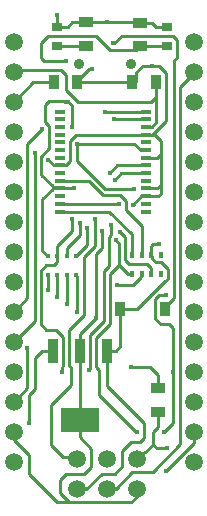
<source format=gbr>
%TF.GenerationSoftware,Altium Limited,Altium Designer,19.0.10 (269)*%
G04 Layer_Physical_Order=2*
G04 Layer_Color=16711680*
%FSLAX45Y45*%
%MOMM*%
%TF.FileFunction,Copper,L2,Bot,Signal*%
%TF.Part,Single*%
G01*
G75*
%TA.AperFunction,Conductor*%
%ADD18C,0.25400*%
%TA.AperFunction,ComponentPad*%
%ADD19C,1.50000*%
%TA.AperFunction,SMDPad,CuDef*%
%ADD20C,0.90000*%
%TA.AperFunction,ViaPad*%
%ADD21C,0.40000*%
%TA.AperFunction,SMDPad,CuDef*%
%ADD22R,0.95000X0.38000*%
%ADD23O,0.95000X0.38000*%
%ADD24R,0.91000X1.22000*%
%ADD25R,0.40000X0.45000*%
%ADD26R,1.25000X0.94000*%
%ADD27R,0.95000X2.15000*%
%ADD28R,3.25000X2.15000*%
%ADD29R,0.94000X1.25000*%
%ADD30R,0.45000X0.50000*%
%ADD31R,0.90000X0.80000*%
D18*
X1040489Y2941196D02*
X1286404D01*
X977900Y2878607D02*
X1040489Y2941196D01*
X1075215Y2876196D02*
X1286404D01*
X1018418Y2819400D02*
X1075215Y2876196D01*
X556404Y2746196D02*
X673100D01*
X1175781Y2603500D02*
X1178575Y2606293D01*
Y2617619D01*
X1239741Y2678785D01*
X1283993D01*
X1286404Y2681196D01*
X1202200Y3644900D02*
Y3729500D01*
X723900Y1367400D02*
Y1511300D01*
Y787400D02*
Y1367400D01*
X1112200Y2564066D02*
Y2640266D01*
Y2564066D02*
X1248400Y2427866D01*
X1060066Y2692400D02*
X1112200Y2640266D01*
X918758Y2692400D02*
X1060066D01*
X556408Y2616200D02*
X1054100D01*
X799962Y2811196D02*
X918758Y2692400D01*
X1248400Y2184400D02*
Y2427866D01*
X950082Y1363582D02*
X958100Y1355563D01*
X460375Y3482975D02*
X626129D01*
X958100Y1070690D02*
Y1355563D01*
Y1070690D02*
X1270000Y758790D01*
Y635000D02*
Y758790D01*
X1231900Y596900D02*
X1270000Y635000D01*
X1155700Y596900D02*
X1231900D01*
X1079500Y520700D02*
X1155700Y596900D01*
X1079500Y393700D02*
Y520700D01*
X1454500Y357148D02*
X1689100Y591748D01*
Y685800D01*
X1028918Y203200D02*
X1169818Y344100D01*
X1340666D02*
X1576000Y579434D01*
X1169818Y344100D02*
X1340666D01*
X1576000Y579434D02*
Y3608000D01*
X1374018Y546100D02*
X1460500D01*
X889000Y998070D02*
Y1209166D01*
X1201270Y685800D02*
X1204082D01*
X889000Y998070D02*
X1201270Y685800D01*
X977900Y1600282D02*
Y2018600D01*
X860300Y1482682D02*
X977900Y1600282D01*
X860300Y1237866D02*
X889000Y1209166D01*
X860300Y1237866D02*
Y1482682D01*
X927100Y1625600D02*
Y2044700D01*
X809500Y1508000D02*
X927100Y1625600D01*
X809500Y1215900D02*
Y1508000D01*
X804800Y1211200D02*
X809500Y1215900D01*
X723900Y1511300D02*
X863600Y1651000D01*
Y2194158D01*
X556404Y2616196D02*
X556408Y2616200D01*
X556404Y2811196D02*
X799962D01*
X182591Y3497291D02*
X330200Y3644900D01*
X856300Y2258700D02*
Y2486266D01*
X762000Y2164400D02*
X856300Y2258700D01*
X787400Y2268200D02*
Y2413000D01*
X693400Y2174200D02*
X787400Y2268200D01*
X914400Y2244958D02*
Y2387600D01*
X863600Y2194158D02*
X914400Y2244958D01*
X985200Y2350066D02*
Y2438400D01*
X970600Y2335466D02*
X985200Y2350066D01*
X927100Y2044700D02*
X970600Y2088200D01*
Y2335466D01*
X635000Y1549400D02*
X762000Y1676400D01*
Y2164400D01*
X635000Y1247418D02*
Y1549400D01*
X612198Y1773180D02*
X615566Y1769812D01*
X696082Y1701800D02*
Y2009018D01*
X1028700Y2307449D02*
Y2311400D01*
X939800Y2743200D02*
X1181100D01*
X701100Y2981900D02*
X939800Y2743200D01*
X1066800Y1409482D02*
Y1727200D01*
X1028918Y1371600D02*
X1066800Y1409482D01*
X953900Y1367400D02*
X958100Y1371600D01*
X1028918D01*
X950082Y1363582D02*
X953900Y1367400D01*
X977900Y2018600D02*
X1057000Y2097700D01*
X1175781Y1930400D02*
X1238600Y1993219D01*
X1042330Y1930400D02*
X1175781D01*
X972670Y2551196D02*
X1164229Y2359637D01*
X556404Y2551196D02*
X972670D01*
X723900Y2349630D02*
Y2451100D01*
X660400Y2387600D02*
Y2489200D01*
X1384300Y1055700D02*
Y1168400D01*
X1320800Y1231900D02*
X1384300Y1168400D01*
X1154500Y1231900D02*
X1320800D01*
X1107800Y2143619D02*
Y2333734D01*
X1057000Y2097700D02*
Y2279149D01*
X440818Y1549400D02*
X520782D01*
X635000Y1247418D02*
X647700Y1234718D01*
Y1079500D02*
Y1234718D01*
X613400Y2239130D02*
X723900Y2349630D01*
X579500Y1244118D02*
Y1490682D01*
X574293Y1238912D02*
X579500Y1244118D01*
X574293Y1196593D02*
Y1238912D01*
X571500Y1193800D02*
X574293Y1196593D01*
X1066800Y2374734D02*
X1107800Y2333734D01*
X1066800Y2374734D02*
Y2374900D01*
X1028700Y2307449D02*
X1057000Y2279149D01*
X693400Y2171700D02*
Y2174200D01*
X520782Y1549400D02*
X579500Y1490682D01*
X1164229Y2188571D02*
Y2359637D01*
X533400Y2260600D02*
X660400Y2387600D01*
X482600Y914400D02*
X647700Y1079500D01*
X482600Y571500D02*
Y914400D01*
Y571500D02*
X582982Y471118D01*
X682163D01*
X696082Y457200D01*
X292100Y330200D02*
Y492193D01*
X165100Y619193D02*
X292100Y492193D01*
X165100Y619193D02*
Y685800D01*
X292100Y330200D02*
X532200Y90100D01*
X822707Y390907D02*
Y542993D01*
X723900Y641800D02*
X822707Y542993D01*
X723900Y641800D02*
Y787400D01*
X762000Y330200D02*
X822707Y390907D01*
X609600Y330200D02*
X762000D01*
X908926Y332618D02*
X1018418D01*
X779507Y203200D02*
X908926Y332618D01*
X696082Y203200D02*
X779507D01*
X628993Y90100D02*
X1156900D01*
X532200D02*
X628993D01*
X553993Y274593D02*
X609600Y330200D01*
X553993Y165100D02*
Y274593D01*
Y165100D02*
X628993Y90100D01*
X1018418Y332618D02*
X1079500Y393700D01*
X950082Y203200D02*
X1028918D01*
X1204082Y137282D02*
Y203200D01*
X1156900Y90100D02*
X1204082Y137282D01*
X533400Y2171700D02*
Y2260600D01*
X613400Y2171700D02*
Y2239130D01*
X1238600Y1993219D02*
Y2014600D01*
X1248400Y2024400D01*
X1057000Y2097700D02*
X1130300Y2024400D01*
X1107800Y2143619D02*
X1143218Y2108200D01*
X1290300D01*
X1130300Y2024400D02*
X1168400D01*
X1290300Y2108200D02*
X1328400Y2070100D01*
Y2024400D02*
Y2070100D01*
X1370118Y2121300D02*
X1412882D01*
X1338200Y2153218D02*
X1370118Y2121300D01*
X1338200Y2153218D02*
Y2174600D01*
X1328400Y2184400D02*
X1338200Y2174600D01*
X1346200Y2274600D02*
X1397000D01*
X1327000Y2255400D02*
X1346200Y2274600D01*
X1327000Y2185800D02*
Y2255400D01*
Y2185800D02*
X1328400Y2184400D01*
X1066800Y1727200D02*
X1210258D01*
X1469000Y1983619D02*
Y2065182D01*
X1446682Y1961300D02*
X1469000Y1983619D01*
X1444358Y1961300D02*
X1446682D01*
X1210258Y1727200D02*
X1444358Y1961300D01*
X1412882Y2121300D02*
X1469000Y2065182D01*
X1363200Y1808300D02*
X1396400Y1841500D01*
X1363200Y1643907D02*
Y1808300D01*
X1184925Y3126800D02*
X1242939Y3068786D01*
X701100Y3126800D02*
X1184925D01*
X701100Y2981900D02*
Y3126800D01*
X1346200Y573918D02*
X1374018Y546100D01*
X1438310Y685800D02*
X1511300Y758790D01*
X1384300Y726100D02*
Y854700D01*
X1346200Y688000D02*
X1384300Y726100D01*
X1346200Y573918D02*
Y688000D01*
X1511300Y758790D02*
Y1193800D01*
X1410588Y1596518D02*
X1476882D01*
X1363200Y1643907D02*
X1410588Y1596518D01*
X1511300Y1193800D02*
Y1562100D01*
X1476882Y1596518D02*
X1511300Y1562100D01*
X1396400Y1841500D02*
X1454500D01*
X292100Y762000D02*
Y994958D01*
X406400Y1371600D02*
X489700D01*
X342900Y1308100D02*
X406400Y1371600D01*
X342900Y1045758D02*
Y1308100D01*
X489700Y1371600D02*
X493900Y1367400D01*
X292100Y994958D02*
X342900Y1045758D01*
X279400Y1054100D02*
Y1384300D01*
X165100Y939800D02*
X279400Y1054100D01*
X393700Y1596518D02*
X440818Y1549400D01*
X393700Y1596518D02*
Y2048382D01*
X165100Y1447800D02*
X342900Y1625600D01*
Y3048000D01*
X440818Y2095500D02*
X506800D01*
X393700Y2048382D02*
X440818Y2095500D01*
X533400Y1828800D02*
Y2011700D01*
X455300Y1890153D02*
X457200Y1888253D01*
X279400Y1816100D02*
Y3124200D01*
X506800Y2095500D02*
X532200Y2120900D01*
Y2170500D01*
X533400Y2171700D01*
X457200Y2988873D02*
X502466Y2943607D01*
X553993D01*
X393700Y2864648D02*
Y3016634D01*
X455300Y1890153D02*
Y2009800D01*
X453400Y2011700D02*
X455300Y2009800D01*
X693400Y2011700D02*
X696082Y2009018D01*
X612198Y1773180D02*
Y2010498D01*
X613400Y2011700D01*
X1164229Y2188571D02*
X1168400Y2184400D01*
X393700Y2864648D02*
X494703Y2763645D01*
Y2742603D02*
Y2763645D01*
X406400Y2654300D02*
X494703Y2742603D01*
X406400Y2221200D02*
Y2654300D01*
Y2221200D02*
X453400Y2174200D01*
Y2171700D02*
Y2174200D01*
X533400Y4114800D02*
Y4216400D01*
X424800Y3822700D02*
X609600D01*
X393700Y3853800D02*
X424800Y3822700D01*
X393700Y3853800D02*
Y3975100D01*
X455300Y4036700D01*
X657117D01*
X657417Y4037000D01*
X859234D01*
X979234Y3917000D01*
X1199100D01*
X1231900Y3949800D01*
X703700Y3644900D02*
X1168400D01*
X774700Y4152900D02*
X952500D01*
X660400Y3268608D02*
Y3448704D01*
X626129Y3482975D02*
X660400Y3448704D01*
X431800Y3454400D02*
X460375Y3482975D01*
X642004Y3149869D02*
X693331Y3201197D01*
X1286404D01*
X642004Y2982545D02*
Y3149869D01*
X431800Y3307966D02*
Y3454400D01*
Y3307966D02*
X464500Y3275266D01*
X393700Y3016634D02*
X464500Y3087434D01*
Y3275266D01*
X553993Y2943607D02*
X556404Y2941196D01*
X165100Y1701800D02*
X279400Y1816100D01*
Y3124200D02*
X406400Y3251200D01*
X1576000Y3608000D02*
X1689100Y3721100D01*
Y3733800D01*
X1543600Y3853800D02*
Y4005582D01*
X1525200Y3835400D02*
X1543600Y3853800D01*
X1525200Y1821100D02*
Y3835400D01*
X1077600Y4036700D02*
X1512482D01*
X1446800Y1742700D02*
X1525200Y1821100D01*
X1512482Y4036700D02*
X1543600Y4005582D01*
X1454500Y3517700D02*
Y3724306D01*
X1394207Y3784600D02*
X1454500Y3724306D01*
X1333500Y3784600D02*
X1394207D01*
X1168400Y3644900D02*
X1202200D01*
X1454000Y3517200D02*
X1454500Y3517700D01*
X1333066Y3268608D02*
X1372004Y3307546D01*
Y3419849D01*
X1371600Y3420252D02*
X1372004Y3419849D01*
X1371600Y3420252D02*
Y3524400D01*
X1327000Y3479800D02*
X1371600Y3524400D01*
X1369400Y3644900D02*
X1371600Y3642700D01*
Y3524400D02*
Y3642700D01*
X1257300Y3784600D02*
X1333500D01*
X1202200Y3729500D02*
X1257300Y3784600D01*
X1408400Y3035300D02*
Y3152396D01*
X1360396Y3200400D02*
X1408400Y3152396D01*
X1336700Y3200400D02*
X1360396D01*
X1454000Y3317700D02*
Y3517200D01*
X1336700Y3200400D02*
X1454000Y3317700D01*
X1287200Y3200400D02*
X1336700D01*
X1204082Y457200D02*
X1346200Y573918D01*
X822707Y3756407D02*
X825500Y3759200D01*
X799707Y3756407D02*
X822707D01*
X703700Y3660400D02*
X799707Y3756407D01*
X703700Y3644900D02*
Y3660400D01*
X705418Y3479800D02*
X1327000D01*
X603200Y3582018D02*
X705418Y3479800D01*
X603200Y3582018D02*
Y3707782D01*
X1288814Y3268608D02*
X1333066D01*
X1286404Y3266197D02*
X1288814Y3268608D01*
X565482Y3745500D02*
X603200Y3707782D01*
X176800Y3745500D02*
X565482D01*
X165100Y3733800D02*
X176800Y3745500D01*
X330200Y3644900D02*
X502700D01*
X1016000Y3975100D02*
X1077600Y4036700D01*
X1003300Y3975100D02*
X1016000D01*
X952500Y4152900D02*
X1229800D01*
X1231900Y3949800D02*
X1460500D01*
X1371600Y4114800D02*
X1460500D01*
X1335600Y4150800D02*
X1371600Y4114800D01*
X1446800Y1727200D02*
Y1742700D01*
X939800Y3396197D02*
X1286404D01*
X1016000Y3331197D02*
X1286404D01*
X603066Y2943607D02*
X642004Y2982545D01*
X1408400Y2703800D02*
Y2773800D01*
X1385796Y2681196D02*
X1408400Y2703800D01*
X1286404Y2681196D02*
X1385796D01*
X1408400Y2773800D02*
Y3035300D01*
X1380796Y2746196D02*
X1408400Y2773800D01*
X1286404Y2746196D02*
X1380796D01*
X1286404Y3201197D02*
X1287200Y3200400D01*
X1379296Y3006196D02*
X1408400Y3035300D01*
X1286404Y3006196D02*
X1379296D01*
X558814Y2943607D02*
X603066D01*
X556404Y2941196D02*
X558814Y2943607D01*
X165100Y3467100D02*
X188941Y3490941D01*
X165100Y3479800D02*
X182591Y3497291D01*
X1229800Y4152900D02*
X1231900Y4150800D01*
X1335600D01*
X772600Y3949800D02*
X774700Y3951900D01*
X533400Y3949800D02*
X772600D01*
X622300Y4114800D02*
X660400Y4152900D01*
X774700D01*
X533400Y4114800D02*
X622300D01*
X1368800Y1055700D02*
X1384300D01*
X502700Y3644900D02*
Y3660400D01*
D19*
X165100Y431800D02*
D03*
Y685800D02*
D03*
Y939800D02*
D03*
Y1193800D02*
D03*
Y1447800D02*
D03*
Y1701800D02*
D03*
Y1955800D02*
D03*
Y2209800D02*
D03*
Y2463800D02*
D03*
Y2717800D02*
D03*
Y2971800D02*
D03*
Y3225800D02*
D03*
Y3479800D02*
D03*
Y3733800D02*
D03*
Y3987800D02*
D03*
X1689100D02*
D03*
Y3733800D02*
D03*
Y3479800D02*
D03*
Y3225800D02*
D03*
Y2971800D02*
D03*
Y2717800D02*
D03*
Y2463800D02*
D03*
Y2209800D02*
D03*
Y1955800D02*
D03*
Y1701800D02*
D03*
Y1447800D02*
D03*
Y1193800D02*
D03*
Y939800D02*
D03*
Y685800D02*
D03*
Y431800D02*
D03*
X696082Y457200D02*
D03*
X950082D02*
D03*
X1204082D02*
D03*
X696082Y203200D02*
D03*
X950082D02*
D03*
X1204082D02*
D03*
D20*
X714500Y3802800D02*
D03*
X1154500D02*
D03*
D21*
X977900Y2878607D02*
D03*
X1018418Y2819400D02*
D03*
X673100Y2746196D02*
D03*
X1054100Y2616200D02*
D03*
X1175781Y2603500D02*
D03*
X1454500Y357148D02*
D03*
X1460500Y546100D02*
D03*
X1204082Y685800D02*
D03*
X804800Y1211200D02*
D03*
X863600Y1651000D02*
D03*
X856300Y2486266D02*
D03*
X787400Y2413000D02*
D03*
X914400Y2387600D02*
D03*
X985200Y2438400D02*
D03*
X615566Y1769812D02*
D03*
X696082Y1701800D02*
D03*
X1028700Y2311400D02*
D03*
X1181100Y2743200D02*
D03*
X1042330Y1930400D02*
D03*
X723900Y2451100D02*
D03*
X660400Y2489200D02*
D03*
X1154500Y1231900D02*
D03*
X571500Y1193800D02*
D03*
X1066800Y2374900D02*
D03*
X1438310Y685800D02*
D03*
X1454500Y1841500D02*
D03*
X1511300Y1193800D02*
D03*
X292100Y762000D02*
D03*
X279400Y1397000D02*
D03*
X533400Y1828800D02*
D03*
X457200Y1888253D02*
D03*
Y2988873D02*
D03*
X533400Y4216400D02*
D03*
X609600Y3479800D02*
D03*
Y3822700D02*
D03*
X660400Y3268608D02*
D03*
X701100Y3126800D02*
D03*
X342900Y3048000D02*
D03*
X1333500Y3784600D02*
D03*
X825500Y3759200D02*
D03*
X1397000Y2274600D02*
D03*
X406400Y3251200D02*
D03*
X1003300Y3975100D02*
D03*
X952500Y4152900D02*
D03*
X939800Y3396197D02*
D03*
X1016000Y3331197D02*
D03*
D22*
X556404Y2551196D02*
D03*
D23*
Y2616196D02*
D03*
Y2681196D02*
D03*
Y2746196D02*
D03*
Y2811196D02*
D03*
Y2876196D02*
D03*
Y2941196D02*
D03*
Y3006196D02*
D03*
Y3071197D02*
D03*
Y3136197D02*
D03*
Y3201197D02*
D03*
Y3266197D02*
D03*
Y3331197D02*
D03*
Y3396197D02*
D03*
X1286404Y2551196D02*
D03*
Y2616196D02*
D03*
Y2681196D02*
D03*
Y2746196D02*
D03*
Y2811196D02*
D03*
Y2876196D02*
D03*
Y2941196D02*
D03*
Y3006196D02*
D03*
Y3071197D02*
D03*
Y3136197D02*
D03*
Y3201197D02*
D03*
Y3266197D02*
D03*
Y3331197D02*
D03*
Y3396197D02*
D03*
D24*
X1066800Y1727200D02*
D03*
X1446800D02*
D03*
D25*
X693400Y2171700D02*
D03*
X613400D02*
D03*
X533400D02*
D03*
X453400D02*
D03*
Y2011700D02*
D03*
X533400D02*
D03*
X613400D02*
D03*
X693400D02*
D03*
D26*
X1384300Y1055700D02*
D03*
Y854700D02*
D03*
X1231900Y4150800D02*
D03*
Y3949800D02*
D03*
X774700Y3951900D02*
D03*
Y4152900D02*
D03*
D27*
X953900Y1367400D02*
D03*
X723900D02*
D03*
X493900D02*
D03*
D28*
X723900Y787400D02*
D03*
D29*
X1168400Y3644900D02*
D03*
X1369400D02*
D03*
X703700D02*
D03*
X502700D02*
D03*
D30*
X1168400Y2024400D02*
D03*
X1248400D02*
D03*
X1328400D02*
D03*
X1408400D02*
D03*
X1168400Y2184400D02*
D03*
X1248400D02*
D03*
X1328400D02*
D03*
X1408400D02*
D03*
D31*
X1460500Y3949800D02*
D03*
Y4114800D02*
D03*
X533400Y3949800D02*
D03*
Y4114800D02*
D03*
%TF.MD5,e70a3667422d1fe66254d52bf4a8bb3e*%
M02*

</source>
